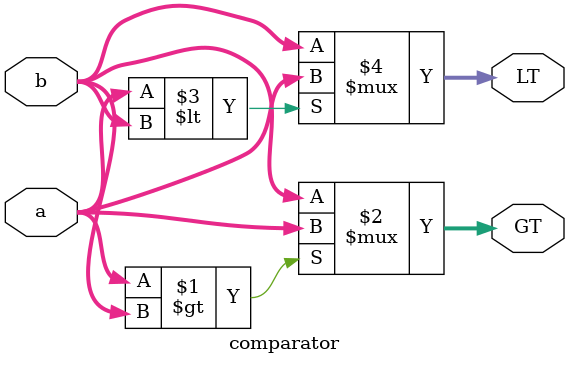
<source format=v>
module comparator
	#(
		parameter nIO = 8
	)
	(
		input signed [nIO-1:0] a,
		input signed [nIO-1:0] b,
		output [nIO-1:0] GT,
		output [nIO-1:0] LT
	);
	
	assign GT = (a > b) ? a : b;
	assign LT = (a < b) ? a : b;
	
endmodule

</source>
